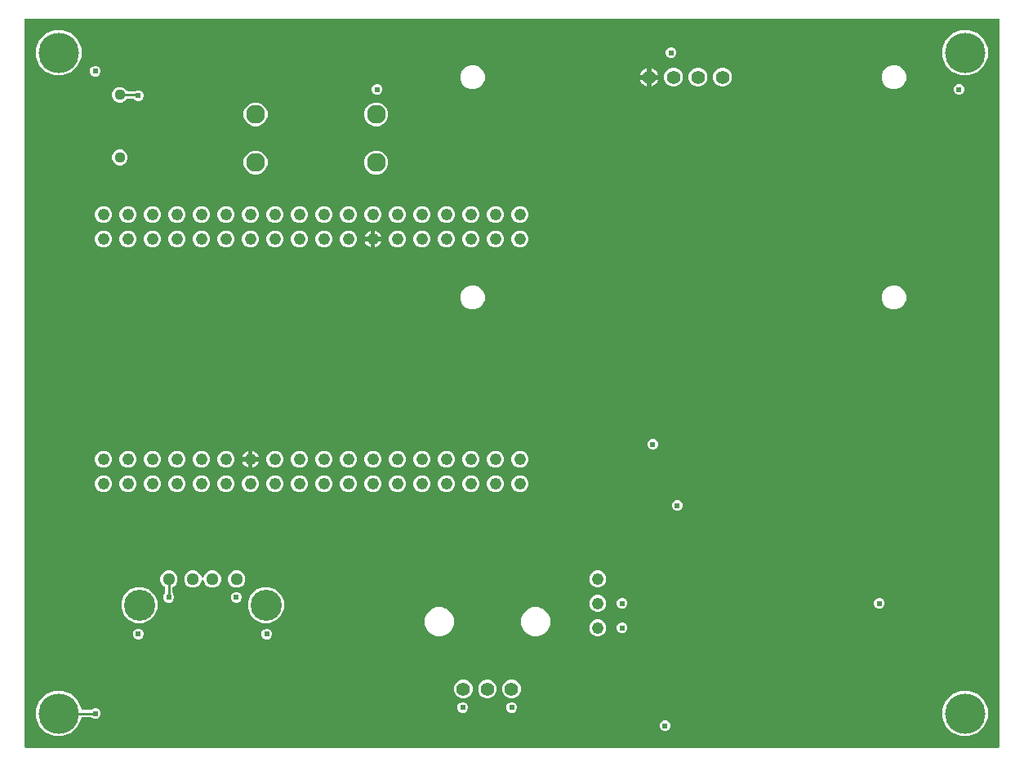
<source format=gbr>
G04 EAGLE Gerber RS-274X export*
G75*
%MOMM*%
%FSLAX34Y34*%
%LPD*%
%INCopper Layer 15*%
%IPPOS*%
%AMOC8*
5,1,8,0,0,1.08239X$1,22.5*%
G01*
%ADD10C,1.244600*%
%ADD11C,1.288000*%
%ADD12C,3.220000*%
%ADD13C,1.120000*%
%ADD14C,1.400000*%
%ADD15C,1.960000*%
%ADD16C,1.422400*%
%ADD17C,4.191000*%
%ADD18C,0.609600*%
%ADD19C,0.254000*%

G36*
X1012109Y2556D02*
X1012109Y2556D01*
X1012228Y2563D01*
X1012266Y2575D01*
X1012307Y2581D01*
X1012417Y2624D01*
X1012530Y2661D01*
X1012565Y2683D01*
X1012602Y2698D01*
X1012698Y2767D01*
X1012799Y2831D01*
X1012827Y2861D01*
X1012860Y2884D01*
X1012935Y2976D01*
X1013017Y3063D01*
X1013036Y3098D01*
X1013062Y3129D01*
X1013113Y3237D01*
X1013170Y3341D01*
X1013181Y3380D01*
X1013198Y3417D01*
X1013220Y3534D01*
X1013250Y3649D01*
X1013254Y3709D01*
X1013258Y3729D01*
X1013256Y3750D01*
X1013260Y3810D01*
X1013458Y758190D01*
X1013443Y758308D01*
X1013436Y758427D01*
X1013424Y758465D01*
X1013419Y758505D01*
X1013375Y758616D01*
X1013338Y758729D01*
X1013316Y758764D01*
X1013302Y758801D01*
X1013232Y758897D01*
X1013168Y758998D01*
X1013138Y759026D01*
X1013115Y759058D01*
X1013023Y759134D01*
X1012936Y759216D01*
X1012901Y759236D01*
X1012870Y759261D01*
X1012762Y759312D01*
X1012658Y759370D01*
X1012619Y759380D01*
X1012582Y759397D01*
X1012465Y759419D01*
X1012350Y759449D01*
X1012290Y759453D01*
X1012270Y759457D01*
X1012249Y759455D01*
X1012189Y759459D01*
X3810Y759459D01*
X3692Y759444D01*
X3573Y759437D01*
X3535Y759424D01*
X3494Y759419D01*
X3384Y759376D01*
X3271Y759339D01*
X3236Y759317D01*
X3199Y759302D01*
X3103Y759233D01*
X3002Y759169D01*
X2974Y759139D01*
X2941Y759116D01*
X2865Y759024D01*
X2784Y758937D01*
X2764Y758902D01*
X2739Y758871D01*
X2688Y758763D01*
X2630Y758659D01*
X2620Y758619D01*
X2603Y758583D01*
X2581Y758466D01*
X2551Y758351D01*
X2547Y758291D01*
X2543Y758271D01*
X2545Y758250D01*
X2541Y758190D01*
X2541Y3810D01*
X2556Y3692D01*
X2563Y3573D01*
X2576Y3535D01*
X2581Y3494D01*
X2624Y3384D01*
X2661Y3271D01*
X2683Y3236D01*
X2698Y3199D01*
X2767Y3103D01*
X2831Y3002D01*
X2861Y2974D01*
X2884Y2941D01*
X2976Y2865D01*
X3063Y2784D01*
X3098Y2764D01*
X3129Y2739D01*
X3237Y2688D01*
X3341Y2630D01*
X3381Y2620D01*
X3417Y2603D01*
X3534Y2581D01*
X3649Y2551D01*
X3709Y2547D01*
X3729Y2543D01*
X3750Y2545D01*
X3810Y2541D01*
X1011991Y2541D01*
X1012109Y2556D01*
G37*
%LPC*%
G36*
X33426Y14604D02*
X33426Y14604D01*
X24791Y18181D01*
X18181Y24791D01*
X14604Y33426D01*
X14604Y42774D01*
X18181Y51409D01*
X24791Y58019D01*
X33426Y61596D01*
X42774Y61596D01*
X51409Y58019D01*
X58019Y51409D01*
X61629Y42694D01*
X61643Y42669D01*
X61652Y42641D01*
X61722Y42531D01*
X61786Y42418D01*
X61807Y42397D01*
X61822Y42372D01*
X61917Y42283D01*
X62007Y42190D01*
X62033Y42174D01*
X62054Y42154D01*
X62168Y42091D01*
X62279Y42023D01*
X62307Y42015D01*
X62333Y42000D01*
X62458Y41968D01*
X62582Y41930D01*
X62612Y41928D01*
X62641Y41921D01*
X62801Y41911D01*
X71581Y41911D01*
X71680Y41923D01*
X71779Y41926D01*
X71837Y41943D01*
X71897Y41951D01*
X71989Y41987D01*
X72084Y42015D01*
X72136Y42045D01*
X72193Y42068D01*
X72273Y42126D01*
X72358Y42176D01*
X72433Y42242D01*
X72450Y42254D01*
X72458Y42264D01*
X72479Y42282D01*
X73034Y42838D01*
X75088Y43689D01*
X77312Y43689D01*
X79366Y42838D01*
X80938Y41266D01*
X81789Y39212D01*
X81789Y36988D01*
X80938Y34934D01*
X79366Y33362D01*
X77312Y32511D01*
X75088Y32511D01*
X73034Y33362D01*
X72479Y33918D01*
X72401Y33978D01*
X72328Y34046D01*
X72275Y34075D01*
X72228Y34112D01*
X72137Y34152D01*
X72050Y34200D01*
X71991Y34215D01*
X71936Y34239D01*
X71838Y34254D01*
X71742Y34279D01*
X71642Y34285D01*
X71622Y34289D01*
X71609Y34287D01*
X71581Y34289D01*
X62801Y34289D01*
X62772Y34286D01*
X62742Y34288D01*
X62614Y34266D01*
X62486Y34249D01*
X62458Y34239D01*
X62429Y34234D01*
X62311Y34180D01*
X62190Y34132D01*
X62166Y34115D01*
X62139Y34103D01*
X62038Y34022D01*
X61933Y33946D01*
X61914Y33923D01*
X61891Y33904D01*
X61813Y33801D01*
X61730Y33701D01*
X61717Y33674D01*
X61699Y33650D01*
X61629Y33506D01*
X58019Y24791D01*
X51409Y18181D01*
X42774Y14604D01*
X33426Y14604D01*
G37*
%LPD*%
%LPC*%
G36*
X973226Y700404D02*
X973226Y700404D01*
X964591Y703981D01*
X957981Y710591D01*
X954404Y719226D01*
X954404Y728574D01*
X957981Y737209D01*
X964591Y743819D01*
X973226Y747396D01*
X982574Y747396D01*
X991209Y743819D01*
X997819Y737209D01*
X1001396Y728574D01*
X1001396Y719226D01*
X997819Y710591D01*
X991209Y703981D01*
X982574Y700404D01*
X973226Y700404D01*
G37*
%LPD*%
%LPC*%
G36*
X33426Y700404D02*
X33426Y700404D01*
X24791Y703981D01*
X18181Y710591D01*
X14604Y719226D01*
X14604Y728574D01*
X18181Y737209D01*
X24791Y743819D01*
X33426Y747396D01*
X42774Y747396D01*
X51409Y743819D01*
X58019Y737209D01*
X61596Y728574D01*
X61596Y719226D01*
X58019Y710591D01*
X51409Y703981D01*
X42774Y700404D01*
X33426Y700404D01*
G37*
%LPD*%
%LPC*%
G36*
X973226Y14604D02*
X973226Y14604D01*
X964591Y18181D01*
X957981Y24791D01*
X954404Y33426D01*
X954404Y42774D01*
X957981Y51409D01*
X964591Y58019D01*
X973226Y61596D01*
X982574Y61596D01*
X991209Y58019D01*
X997819Y51409D01*
X1001396Y42774D01*
X1001396Y33426D01*
X997819Y24791D01*
X991209Y18181D01*
X982574Y14604D01*
X973226Y14604D01*
G37*
%LPD*%
%LPC*%
G36*
X117992Y132059D02*
X117992Y132059D01*
X111141Y134897D01*
X105897Y140141D01*
X103059Y146992D01*
X103059Y154408D01*
X105897Y161259D01*
X111141Y166503D01*
X117992Y169341D01*
X125408Y169341D01*
X132259Y166503D01*
X137503Y161259D01*
X140341Y154408D01*
X140341Y146992D01*
X137503Y140141D01*
X132259Y134897D01*
X125408Y132059D01*
X117992Y132059D01*
G37*
%LPD*%
%LPC*%
G36*
X249392Y132059D02*
X249392Y132059D01*
X242541Y134897D01*
X237297Y140141D01*
X234459Y146992D01*
X234459Y154408D01*
X237297Y161259D01*
X242541Y166503D01*
X249392Y169341D01*
X256808Y169341D01*
X263659Y166503D01*
X268903Y161259D01*
X271741Y154408D01*
X271741Y146992D01*
X268903Y140141D01*
X263659Y134897D01*
X256808Y132059D01*
X249392Y132059D01*
G37*
%LPD*%
%LPC*%
G36*
X529608Y118459D02*
X529608Y118459D01*
X524080Y120749D01*
X519849Y124980D01*
X517559Y130508D01*
X517559Y136492D01*
X519849Y142020D01*
X524080Y146251D01*
X529608Y148541D01*
X535592Y148541D01*
X541120Y146251D01*
X545351Y142020D01*
X547641Y136492D01*
X547641Y130508D01*
X545351Y124980D01*
X541120Y120749D01*
X535592Y118459D01*
X529608Y118459D01*
G37*
%LPD*%
%LPC*%
G36*
X429608Y118459D02*
X429608Y118459D01*
X424080Y120749D01*
X419849Y124980D01*
X417559Y130508D01*
X417559Y136492D01*
X419849Y142020D01*
X424080Y146251D01*
X429608Y148541D01*
X435592Y148541D01*
X441120Y146251D01*
X445351Y142020D01*
X447641Y136492D01*
X447641Y130508D01*
X445351Y124980D01*
X441120Y120749D01*
X435592Y118459D01*
X429608Y118459D01*
G37*
%LPD*%
%LPC*%
G36*
X175614Y168819D02*
X175614Y168819D01*
X172313Y170186D01*
X169786Y172713D01*
X168419Y176014D01*
X168419Y179586D01*
X169786Y182887D01*
X172313Y185414D01*
X175614Y186781D01*
X179186Y186781D01*
X182487Y185414D01*
X185014Y182887D01*
X186227Y179957D01*
X186296Y179836D01*
X186361Y179713D01*
X186375Y179698D01*
X186385Y179680D01*
X186482Y179580D01*
X186575Y179478D01*
X186592Y179466D01*
X186606Y179452D01*
X186724Y179379D01*
X186841Y179303D01*
X186860Y179296D01*
X186877Y179286D01*
X187010Y179245D01*
X187142Y179200D01*
X187162Y179198D01*
X187181Y179192D01*
X187320Y179185D01*
X187459Y179174D01*
X187479Y179178D01*
X187499Y179177D01*
X187635Y179205D01*
X187772Y179229D01*
X187791Y179237D01*
X187810Y179241D01*
X187935Y179302D01*
X188062Y179359D01*
X188078Y179372D01*
X188096Y179381D01*
X188202Y179471D01*
X188310Y179558D01*
X188323Y179574D01*
X188338Y179587D01*
X188418Y179701D01*
X188502Y179812D01*
X188514Y179837D01*
X188521Y179847D01*
X188528Y179867D01*
X188573Y179957D01*
X189786Y182887D01*
X192313Y185414D01*
X195614Y186781D01*
X199186Y186781D01*
X202487Y185414D01*
X205014Y182887D01*
X206381Y179586D01*
X206381Y176014D01*
X205014Y172713D01*
X202487Y170186D01*
X199186Y168819D01*
X195614Y168819D01*
X192313Y170186D01*
X189786Y172713D01*
X188573Y175643D01*
X188504Y175764D01*
X188439Y175887D01*
X188425Y175902D01*
X188415Y175920D01*
X188318Y176020D01*
X188225Y176122D01*
X188208Y176133D01*
X188194Y176148D01*
X188075Y176221D01*
X187959Y176297D01*
X187940Y176304D01*
X187923Y176314D01*
X187790Y176355D01*
X187658Y176400D01*
X187638Y176402D01*
X187619Y176408D01*
X187480Y176415D01*
X187341Y176426D01*
X187321Y176422D01*
X187301Y176423D01*
X187165Y176395D01*
X187028Y176371D01*
X187009Y176363D01*
X186990Y176359D01*
X186864Y176297D01*
X186738Y176241D01*
X186722Y176228D01*
X186704Y176219D01*
X186598Y176129D01*
X186490Y176042D01*
X186477Y176026D01*
X186462Y176013D01*
X186382Y175899D01*
X186298Y175788D01*
X186286Y175763D01*
X186279Y175753D01*
X186272Y175733D01*
X186227Y175643D01*
X185014Y172713D01*
X182487Y170186D01*
X179186Y168819D01*
X175614Y168819D01*
G37*
%LPD*%
%LPC*%
G36*
X901745Y685959D02*
X901745Y685959D01*
X897136Y687868D01*
X893608Y691396D01*
X891699Y696005D01*
X891699Y700995D01*
X893608Y705604D01*
X897136Y709132D01*
X901745Y711041D01*
X906735Y711041D01*
X911344Y709132D01*
X914872Y705604D01*
X916781Y700995D01*
X916781Y696005D01*
X914872Y691396D01*
X911344Y687868D01*
X906735Y685959D01*
X901745Y685959D01*
G37*
%LPD*%
%LPC*%
G36*
X464865Y457359D02*
X464865Y457359D01*
X460256Y459268D01*
X456728Y462796D01*
X454819Y467405D01*
X454819Y472395D01*
X456728Y477004D01*
X460256Y480532D01*
X464865Y482441D01*
X469855Y482441D01*
X474464Y480532D01*
X477992Y477004D01*
X479901Y472395D01*
X479901Y467405D01*
X477992Y462796D01*
X474464Y459268D01*
X469855Y457359D01*
X464865Y457359D01*
G37*
%LPD*%
%LPC*%
G36*
X901745Y457359D02*
X901745Y457359D01*
X897136Y459268D01*
X893608Y462796D01*
X891699Y467405D01*
X891699Y472395D01*
X893608Y477004D01*
X897136Y480532D01*
X901745Y482441D01*
X906735Y482441D01*
X911344Y480532D01*
X914872Y477004D01*
X916781Y472395D01*
X916781Y467405D01*
X914872Y462796D01*
X911344Y459268D01*
X906735Y457359D01*
X901745Y457359D01*
G37*
%LPD*%
%LPC*%
G36*
X464865Y685959D02*
X464865Y685959D01*
X460256Y687868D01*
X456728Y691396D01*
X454819Y696005D01*
X454819Y700995D01*
X456728Y705604D01*
X460256Y709132D01*
X464865Y711041D01*
X469855Y711041D01*
X474464Y709132D01*
X477992Y705604D01*
X479901Y700995D01*
X479901Y696005D01*
X477992Y691396D01*
X474464Y687868D01*
X469855Y685959D01*
X464865Y685959D01*
G37*
%LPD*%
%LPC*%
G36*
X239845Y597659D02*
X239845Y597659D01*
X235310Y599538D01*
X231838Y603010D01*
X229959Y607545D01*
X229959Y612455D01*
X231838Y616990D01*
X235310Y620462D01*
X239845Y622341D01*
X244755Y622341D01*
X249290Y620462D01*
X252762Y616990D01*
X254641Y612455D01*
X254641Y607545D01*
X252762Y603010D01*
X249290Y599538D01*
X244755Y597659D01*
X239845Y597659D01*
G37*
%LPD*%
%LPC*%
G36*
X364845Y597659D02*
X364845Y597659D01*
X360310Y599538D01*
X356838Y603010D01*
X354959Y607545D01*
X354959Y612455D01*
X356838Y616990D01*
X360310Y620462D01*
X364845Y622341D01*
X369755Y622341D01*
X374290Y620462D01*
X377762Y616990D01*
X379641Y612455D01*
X379641Y607545D01*
X377762Y603010D01*
X374290Y599538D01*
X369755Y597659D01*
X364845Y597659D01*
G37*
%LPD*%
%LPC*%
G36*
X364845Y647659D02*
X364845Y647659D01*
X360310Y649538D01*
X356838Y653010D01*
X354959Y657545D01*
X354959Y662455D01*
X356838Y666990D01*
X360310Y670462D01*
X364845Y672341D01*
X369755Y672341D01*
X374290Y670462D01*
X377762Y666990D01*
X379641Y662455D01*
X379641Y657545D01*
X377762Y653010D01*
X374290Y649538D01*
X369755Y647659D01*
X364845Y647659D01*
G37*
%LPD*%
%LPC*%
G36*
X239845Y647659D02*
X239845Y647659D01*
X235310Y649538D01*
X231838Y653010D01*
X229959Y657545D01*
X229959Y662455D01*
X231838Y666990D01*
X235310Y670462D01*
X239845Y672341D01*
X244755Y672341D01*
X249290Y670462D01*
X252762Y666990D01*
X254641Y662455D01*
X254641Y657545D01*
X252762Y653010D01*
X249290Y649538D01*
X244755Y647659D01*
X239845Y647659D01*
G37*
%LPD*%
%LPC*%
G36*
X151288Y153161D02*
X151288Y153161D01*
X149234Y154012D01*
X147662Y155584D01*
X146811Y157638D01*
X146811Y159862D01*
X147662Y161916D01*
X148218Y162471D01*
X148278Y162549D01*
X148346Y162622D01*
X148375Y162675D01*
X148412Y162722D01*
X148452Y162813D01*
X148500Y162900D01*
X148515Y162959D01*
X148539Y163014D01*
X148554Y163112D01*
X148579Y163208D01*
X148585Y163308D01*
X148589Y163328D01*
X148587Y163341D01*
X148589Y163369D01*
X148589Y168810D01*
X148586Y168839D01*
X148588Y168868D01*
X148566Y168996D01*
X148561Y169030D01*
X148560Y169049D01*
X148558Y169056D01*
X148549Y169125D01*
X148539Y169153D01*
X148534Y169182D01*
X148480Y169300D01*
X148474Y169317D01*
X148462Y169352D01*
X148456Y169362D01*
X148432Y169421D01*
X148415Y169445D01*
X148403Y169472D01*
X148323Y169572D01*
X148292Y169621D01*
X148277Y169634D01*
X148246Y169678D01*
X148223Y169697D01*
X148204Y169720D01*
X148114Y169788D01*
X148060Y169839D01*
X148035Y169853D01*
X148001Y169881D01*
X147974Y169894D01*
X147950Y169911D01*
X147806Y169982D01*
X147313Y170187D01*
X144786Y172713D01*
X143419Y176014D01*
X143419Y179586D01*
X144786Y182887D01*
X147313Y185414D01*
X150614Y186781D01*
X154186Y186781D01*
X157487Y185414D01*
X160014Y182887D01*
X161381Y179586D01*
X161381Y176014D01*
X160014Y172713D01*
X157487Y170187D01*
X156994Y169982D01*
X156969Y169968D01*
X156941Y169959D01*
X156907Y169937D01*
X156875Y169925D01*
X156809Y169877D01*
X156718Y169825D01*
X156697Y169804D01*
X156672Y169788D01*
X156638Y169752D01*
X156618Y169738D01*
X156576Y169687D01*
X156490Y169604D01*
X156474Y169578D01*
X156454Y169557D01*
X156426Y169506D01*
X156415Y169493D01*
X156395Y169450D01*
X156391Y169443D01*
X156323Y169332D01*
X156315Y169304D01*
X156300Y169278D01*
X156284Y169214D01*
X156280Y169205D01*
X156275Y169178D01*
X156268Y169153D01*
X156230Y169028D01*
X156228Y168999D01*
X156221Y168970D01*
X156211Y168810D01*
X156211Y163369D01*
X156223Y163270D01*
X156226Y163171D01*
X156243Y163113D01*
X156251Y163053D01*
X156287Y162961D01*
X156315Y162866D01*
X156345Y162814D01*
X156368Y162757D01*
X156426Y162677D01*
X156476Y162592D01*
X156542Y162517D01*
X156554Y162500D01*
X156564Y162492D01*
X156582Y162471D01*
X157138Y161916D01*
X157989Y159862D01*
X157989Y157638D01*
X157138Y155584D01*
X155566Y154012D01*
X153512Y153161D01*
X151288Y153161D01*
G37*
%LPD*%
%LPC*%
G36*
X99981Y672059D02*
X99981Y672059D01*
X96989Y673299D01*
X94699Y675589D01*
X93459Y678581D01*
X93459Y681819D01*
X94699Y684811D01*
X96989Y687101D01*
X99981Y688341D01*
X103219Y688341D01*
X106211Y687101D01*
X108501Y684811D01*
X108508Y684794D01*
X108523Y684769D01*
X108532Y684741D01*
X108602Y684631D01*
X108666Y684518D01*
X108686Y684497D01*
X108702Y684472D01*
X108797Y684383D01*
X108887Y684290D01*
X108912Y684274D01*
X108934Y684254D01*
X109048Y684191D01*
X109158Y684123D01*
X109187Y684115D01*
X109212Y684100D01*
X109338Y684068D01*
X109462Y684030D01*
X109492Y684028D01*
X109520Y684021D01*
X109681Y684011D01*
X116804Y684011D01*
X116813Y684012D01*
X116823Y684011D01*
X116971Y684032D01*
X117120Y684051D01*
X117128Y684054D01*
X117137Y684055D01*
X117290Y684107D01*
X119538Y685039D01*
X121762Y685039D01*
X123816Y684188D01*
X125388Y682616D01*
X126239Y680562D01*
X126239Y678338D01*
X125388Y676284D01*
X123816Y674712D01*
X121762Y673861D01*
X119538Y673861D01*
X117484Y674712D01*
X116179Y676018D01*
X116101Y676078D01*
X116028Y676146D01*
X115975Y676175D01*
X115928Y676212D01*
X115837Y676252D01*
X115750Y676300D01*
X115691Y676315D01*
X115636Y676339D01*
X115538Y676354D01*
X115442Y676379D01*
X115342Y676385D01*
X115322Y676389D01*
X115309Y676387D01*
X115281Y676389D01*
X109681Y676389D01*
X109652Y676386D01*
X109622Y676388D01*
X109494Y676366D01*
X109366Y676349D01*
X109338Y676339D01*
X109309Y676334D01*
X109190Y676280D01*
X109070Y676232D01*
X109046Y676215D01*
X109019Y676203D01*
X108918Y676122D01*
X108813Y676046D01*
X108794Y676023D01*
X108771Y676004D01*
X108693Y675901D01*
X108610Y675801D01*
X108597Y675774D01*
X108579Y675750D01*
X108508Y675606D01*
X108501Y675589D01*
X106211Y673299D01*
X103219Y672059D01*
X99981Y672059D01*
G37*
%LPD*%
%LPC*%
G36*
X699120Y688847D02*
X699120Y688847D01*
X695572Y690317D01*
X692857Y693032D01*
X691387Y696580D01*
X691387Y700420D01*
X692857Y703968D01*
X695572Y706683D01*
X699120Y708153D01*
X702960Y708153D01*
X706508Y706683D01*
X709223Y703968D01*
X710693Y700420D01*
X710693Y696580D01*
X709223Y693032D01*
X706508Y690317D01*
X702960Y688847D01*
X699120Y688847D01*
G37*
%LPD*%
%LPC*%
G36*
X673720Y688847D02*
X673720Y688847D01*
X670172Y690317D01*
X667457Y693032D01*
X665987Y696580D01*
X665987Y700420D01*
X667457Y703968D01*
X670172Y706683D01*
X673720Y708153D01*
X677560Y708153D01*
X681108Y706683D01*
X683823Y703968D01*
X685293Y700420D01*
X685293Y696580D01*
X683823Y693032D01*
X681108Y690317D01*
X677560Y688847D01*
X673720Y688847D01*
G37*
%LPD*%
%LPC*%
G36*
X724520Y688847D02*
X724520Y688847D01*
X720972Y690317D01*
X718257Y693032D01*
X716787Y696580D01*
X716787Y700420D01*
X718257Y703968D01*
X720972Y706683D01*
X724520Y708153D01*
X728360Y708153D01*
X731908Y706683D01*
X734623Y703968D01*
X736093Y700420D01*
X736093Y696580D01*
X734623Y693032D01*
X731908Y690317D01*
X728360Y688847D01*
X724520Y688847D01*
G37*
%LPD*%
%LPC*%
G36*
X480702Y53959D02*
X480702Y53959D01*
X477196Y55412D01*
X474512Y58096D01*
X473059Y61602D01*
X473059Y65398D01*
X474512Y68904D01*
X477196Y71588D01*
X480702Y73041D01*
X484498Y73041D01*
X488004Y71588D01*
X490688Y68904D01*
X492141Y65398D01*
X492141Y61602D01*
X490688Y58096D01*
X488004Y55412D01*
X484498Y53959D01*
X480702Y53959D01*
G37*
%LPD*%
%LPC*%
G36*
X455702Y53959D02*
X455702Y53959D01*
X452196Y55412D01*
X449512Y58096D01*
X448059Y61602D01*
X448059Y65398D01*
X449512Y68904D01*
X452196Y71588D01*
X455702Y73041D01*
X459498Y73041D01*
X463004Y71588D01*
X465688Y68904D01*
X467141Y65398D01*
X467141Y61602D01*
X465688Y58096D01*
X463004Y55412D01*
X459498Y53959D01*
X455702Y53959D01*
G37*
%LPD*%
%LPC*%
G36*
X505702Y53959D02*
X505702Y53959D01*
X502196Y55412D01*
X499512Y58096D01*
X498059Y61602D01*
X498059Y65398D01*
X499512Y68904D01*
X502196Y71588D01*
X505702Y73041D01*
X509498Y73041D01*
X513004Y71588D01*
X515688Y68904D01*
X517141Y65398D01*
X517141Y61602D01*
X515688Y58096D01*
X513004Y55412D01*
X509498Y53959D01*
X505702Y53959D01*
G37*
%LPD*%
%LPC*%
G36*
X220614Y168819D02*
X220614Y168819D01*
X217313Y170186D01*
X214786Y172713D01*
X213419Y176014D01*
X213419Y179586D01*
X214786Y182887D01*
X217313Y185414D01*
X220614Y186781D01*
X224186Y186781D01*
X227487Y185414D01*
X230014Y182887D01*
X231381Y179586D01*
X231381Y176014D01*
X230014Y172713D01*
X227487Y170186D01*
X224186Y168819D01*
X220614Y168819D01*
G37*
%LPD*%
%LPC*%
G36*
X463757Y547236D02*
X463757Y547236D01*
X460536Y548570D01*
X458070Y551036D01*
X456736Y554257D01*
X456736Y557743D01*
X458070Y560964D01*
X460536Y563430D01*
X463757Y564764D01*
X467243Y564764D01*
X470464Y563430D01*
X472930Y560964D01*
X474264Y557743D01*
X474264Y554257D01*
X472930Y551036D01*
X470464Y548570D01*
X467243Y547236D01*
X463757Y547236D01*
G37*
%LPD*%
%LPC*%
G36*
X438357Y547236D02*
X438357Y547236D01*
X435136Y548570D01*
X432670Y551036D01*
X431336Y554257D01*
X431336Y557743D01*
X432670Y560964D01*
X435136Y563430D01*
X438357Y564764D01*
X441843Y564764D01*
X445064Y563430D01*
X447530Y560964D01*
X448864Y557743D01*
X448864Y554257D01*
X447530Y551036D01*
X445064Y548570D01*
X441843Y547236D01*
X438357Y547236D01*
G37*
%LPD*%
%LPC*%
G36*
X108157Y547236D02*
X108157Y547236D01*
X104936Y548570D01*
X102470Y551036D01*
X101136Y554257D01*
X101136Y557743D01*
X102470Y560964D01*
X104936Y563430D01*
X108157Y564764D01*
X111643Y564764D01*
X114864Y563430D01*
X117330Y560964D01*
X118664Y557743D01*
X118664Y554257D01*
X117330Y551036D01*
X114864Y548570D01*
X111643Y547236D01*
X108157Y547236D01*
G37*
%LPD*%
%LPC*%
G36*
X82757Y547236D02*
X82757Y547236D01*
X79536Y548570D01*
X77070Y551036D01*
X75736Y554257D01*
X75736Y557743D01*
X77070Y560964D01*
X79536Y563430D01*
X82757Y564764D01*
X86243Y564764D01*
X89464Y563430D01*
X91930Y560964D01*
X93264Y557743D01*
X93264Y554257D01*
X91930Y551036D01*
X89464Y548570D01*
X86243Y547236D01*
X82757Y547236D01*
G37*
%LPD*%
%LPC*%
G36*
X362157Y547236D02*
X362157Y547236D01*
X358936Y548570D01*
X356470Y551036D01*
X355136Y554257D01*
X355136Y557743D01*
X356470Y560964D01*
X358936Y563430D01*
X362157Y564764D01*
X365643Y564764D01*
X368864Y563430D01*
X371330Y560964D01*
X372664Y557743D01*
X372664Y554257D01*
X371330Y551036D01*
X368864Y548570D01*
X365643Y547236D01*
X362157Y547236D01*
G37*
%LPD*%
%LPC*%
G36*
X336757Y547236D02*
X336757Y547236D01*
X333536Y548570D01*
X331070Y551036D01*
X329736Y554257D01*
X329736Y557743D01*
X331070Y560964D01*
X333536Y563430D01*
X336757Y564764D01*
X340243Y564764D01*
X343464Y563430D01*
X345930Y560964D01*
X347264Y557743D01*
X347264Y554257D01*
X345930Y551036D01*
X343464Y548570D01*
X340243Y547236D01*
X336757Y547236D01*
G37*
%LPD*%
%LPC*%
G36*
X311357Y547236D02*
X311357Y547236D01*
X308136Y548570D01*
X305670Y551036D01*
X304336Y554257D01*
X304336Y557743D01*
X305670Y560964D01*
X308136Y563430D01*
X311357Y564764D01*
X314843Y564764D01*
X318064Y563430D01*
X320530Y560964D01*
X321864Y557743D01*
X321864Y554257D01*
X320530Y551036D01*
X318064Y548570D01*
X314843Y547236D01*
X311357Y547236D01*
G37*
%LPD*%
%LPC*%
G36*
X285957Y547236D02*
X285957Y547236D01*
X282736Y548570D01*
X280270Y551036D01*
X278936Y554257D01*
X278936Y557743D01*
X280270Y560964D01*
X282736Y563430D01*
X285957Y564764D01*
X289443Y564764D01*
X292664Y563430D01*
X295130Y560964D01*
X296464Y557743D01*
X296464Y554257D01*
X295130Y551036D01*
X292664Y548570D01*
X289443Y547236D01*
X285957Y547236D01*
G37*
%LPD*%
%LPC*%
G36*
X260557Y547236D02*
X260557Y547236D01*
X257336Y548570D01*
X254870Y551036D01*
X253536Y554257D01*
X253536Y557743D01*
X254870Y560964D01*
X257336Y563430D01*
X260557Y564764D01*
X264043Y564764D01*
X267264Y563430D01*
X269730Y560964D01*
X271064Y557743D01*
X271064Y554257D01*
X269730Y551036D01*
X267264Y548570D01*
X264043Y547236D01*
X260557Y547236D01*
G37*
%LPD*%
%LPC*%
G36*
X235157Y547236D02*
X235157Y547236D01*
X231936Y548570D01*
X229470Y551036D01*
X228136Y554257D01*
X228136Y557743D01*
X229470Y560964D01*
X231936Y563430D01*
X235157Y564764D01*
X238643Y564764D01*
X241864Y563430D01*
X244330Y560964D01*
X245664Y557743D01*
X245664Y554257D01*
X244330Y551036D01*
X241864Y548570D01*
X238643Y547236D01*
X235157Y547236D01*
G37*
%LPD*%
%LPC*%
G36*
X209757Y547236D02*
X209757Y547236D01*
X206536Y548570D01*
X204070Y551036D01*
X202736Y554257D01*
X202736Y557743D01*
X204070Y560964D01*
X206536Y563430D01*
X209757Y564764D01*
X213243Y564764D01*
X216464Y563430D01*
X218930Y560964D01*
X220264Y557743D01*
X220264Y554257D01*
X218930Y551036D01*
X216464Y548570D01*
X213243Y547236D01*
X209757Y547236D01*
G37*
%LPD*%
%LPC*%
G36*
X184357Y547236D02*
X184357Y547236D01*
X181136Y548570D01*
X178670Y551036D01*
X177336Y554257D01*
X177336Y557743D01*
X178670Y560964D01*
X181136Y563430D01*
X184357Y564764D01*
X187843Y564764D01*
X191064Y563430D01*
X193530Y560964D01*
X194864Y557743D01*
X194864Y554257D01*
X193530Y551036D01*
X191064Y548570D01*
X187843Y547236D01*
X184357Y547236D01*
G37*
%LPD*%
%LPC*%
G36*
X158957Y547236D02*
X158957Y547236D01*
X155736Y548570D01*
X153270Y551036D01*
X151936Y554257D01*
X151936Y557743D01*
X153270Y560964D01*
X155736Y563430D01*
X158957Y564764D01*
X162443Y564764D01*
X165664Y563430D01*
X168130Y560964D01*
X169464Y557743D01*
X169464Y554257D01*
X168130Y551036D01*
X165664Y548570D01*
X162443Y547236D01*
X158957Y547236D01*
G37*
%LPD*%
%LPC*%
G36*
X133557Y547236D02*
X133557Y547236D01*
X130336Y548570D01*
X127870Y551036D01*
X126536Y554257D01*
X126536Y557743D01*
X127870Y560964D01*
X130336Y563430D01*
X133557Y564764D01*
X137043Y564764D01*
X140264Y563430D01*
X142730Y560964D01*
X144064Y557743D01*
X144064Y554257D01*
X142730Y551036D01*
X140264Y548570D01*
X137043Y547236D01*
X133557Y547236D01*
G37*
%LPD*%
%LPC*%
G36*
X489157Y521836D02*
X489157Y521836D01*
X485936Y523170D01*
X483470Y525636D01*
X482136Y528857D01*
X482136Y532343D01*
X483470Y535564D01*
X485936Y538030D01*
X489157Y539364D01*
X492643Y539364D01*
X495864Y538030D01*
X498330Y535564D01*
X499664Y532343D01*
X499664Y528857D01*
X498330Y525636D01*
X495864Y523170D01*
X492643Y521836D01*
X489157Y521836D01*
G37*
%LPD*%
%LPC*%
G36*
X463757Y521836D02*
X463757Y521836D01*
X460536Y523170D01*
X458070Y525636D01*
X456736Y528857D01*
X456736Y532343D01*
X458070Y535564D01*
X460536Y538030D01*
X463757Y539364D01*
X467243Y539364D01*
X470464Y538030D01*
X472930Y535564D01*
X474264Y532343D01*
X474264Y528857D01*
X472930Y525636D01*
X470464Y523170D01*
X467243Y521836D01*
X463757Y521836D01*
G37*
%LPD*%
%LPC*%
G36*
X514557Y521836D02*
X514557Y521836D01*
X511336Y523170D01*
X508870Y525636D01*
X507536Y528857D01*
X507536Y532343D01*
X508870Y535564D01*
X511336Y538030D01*
X514557Y539364D01*
X518043Y539364D01*
X521264Y538030D01*
X523730Y535564D01*
X525064Y532343D01*
X525064Y528857D01*
X523730Y525636D01*
X521264Y523170D01*
X518043Y521836D01*
X514557Y521836D01*
G37*
%LPD*%
%LPC*%
G36*
X438357Y521836D02*
X438357Y521836D01*
X435136Y523170D01*
X432670Y525636D01*
X431336Y528857D01*
X431336Y532343D01*
X432670Y535564D01*
X435136Y538030D01*
X438357Y539364D01*
X441843Y539364D01*
X445064Y538030D01*
X447530Y535564D01*
X448864Y532343D01*
X448864Y528857D01*
X447530Y525636D01*
X445064Y523170D01*
X441843Y521836D01*
X438357Y521836D01*
G37*
%LPD*%
%LPC*%
G36*
X412957Y521836D02*
X412957Y521836D01*
X409736Y523170D01*
X407270Y525636D01*
X405936Y528857D01*
X405936Y532343D01*
X407270Y535564D01*
X409736Y538030D01*
X412957Y539364D01*
X416443Y539364D01*
X419664Y538030D01*
X422130Y535564D01*
X423464Y532343D01*
X423464Y528857D01*
X422130Y525636D01*
X419664Y523170D01*
X416443Y521836D01*
X412957Y521836D01*
G37*
%LPD*%
%LPC*%
G36*
X387557Y521836D02*
X387557Y521836D01*
X384336Y523170D01*
X381870Y525636D01*
X380536Y528857D01*
X380536Y532343D01*
X381870Y535564D01*
X384336Y538030D01*
X387557Y539364D01*
X391043Y539364D01*
X394264Y538030D01*
X396730Y535564D01*
X398064Y532343D01*
X398064Y528857D01*
X396730Y525636D01*
X394264Y523170D01*
X391043Y521836D01*
X387557Y521836D01*
G37*
%LPD*%
%LPC*%
G36*
X336757Y521836D02*
X336757Y521836D01*
X333536Y523170D01*
X331070Y525636D01*
X329736Y528857D01*
X329736Y532343D01*
X331070Y535564D01*
X333536Y538030D01*
X336757Y539364D01*
X340243Y539364D01*
X343464Y538030D01*
X345930Y535564D01*
X347264Y532343D01*
X347264Y528857D01*
X345930Y525636D01*
X343464Y523170D01*
X340243Y521836D01*
X336757Y521836D01*
G37*
%LPD*%
%LPC*%
G36*
X311357Y521836D02*
X311357Y521836D01*
X308136Y523170D01*
X305670Y525636D01*
X304336Y528857D01*
X304336Y532343D01*
X305670Y535564D01*
X308136Y538030D01*
X311357Y539364D01*
X314843Y539364D01*
X318064Y538030D01*
X320530Y535564D01*
X321864Y532343D01*
X321864Y528857D01*
X320530Y525636D01*
X318064Y523170D01*
X314843Y521836D01*
X311357Y521836D01*
G37*
%LPD*%
%LPC*%
G36*
X285957Y521836D02*
X285957Y521836D01*
X282736Y523170D01*
X280270Y525636D01*
X278936Y528857D01*
X278936Y532343D01*
X280270Y535564D01*
X282736Y538030D01*
X285957Y539364D01*
X289443Y539364D01*
X292664Y538030D01*
X295130Y535564D01*
X296464Y532343D01*
X296464Y528857D01*
X295130Y525636D01*
X292664Y523170D01*
X289443Y521836D01*
X285957Y521836D01*
G37*
%LPD*%
%LPC*%
G36*
X260557Y521836D02*
X260557Y521836D01*
X257336Y523170D01*
X254870Y525636D01*
X253536Y528857D01*
X253536Y532343D01*
X254870Y535564D01*
X257336Y538030D01*
X260557Y539364D01*
X264043Y539364D01*
X267264Y538030D01*
X269730Y535564D01*
X271064Y532343D01*
X271064Y528857D01*
X269730Y525636D01*
X267264Y523170D01*
X264043Y521836D01*
X260557Y521836D01*
G37*
%LPD*%
%LPC*%
G36*
X235157Y521836D02*
X235157Y521836D01*
X231936Y523170D01*
X229470Y525636D01*
X228136Y528857D01*
X228136Y532343D01*
X229470Y535564D01*
X231936Y538030D01*
X235157Y539364D01*
X238643Y539364D01*
X241864Y538030D01*
X244330Y535564D01*
X245664Y532343D01*
X245664Y528857D01*
X244330Y525636D01*
X241864Y523170D01*
X238643Y521836D01*
X235157Y521836D01*
G37*
%LPD*%
%LPC*%
G36*
X209757Y521836D02*
X209757Y521836D01*
X206536Y523170D01*
X204070Y525636D01*
X202736Y528857D01*
X202736Y532343D01*
X204070Y535564D01*
X206536Y538030D01*
X209757Y539364D01*
X213243Y539364D01*
X216464Y538030D01*
X218930Y535564D01*
X220264Y532343D01*
X220264Y528857D01*
X218930Y525636D01*
X216464Y523170D01*
X213243Y521836D01*
X209757Y521836D01*
G37*
%LPD*%
%LPC*%
G36*
X184357Y521836D02*
X184357Y521836D01*
X181136Y523170D01*
X178670Y525636D01*
X177336Y528857D01*
X177336Y532343D01*
X178670Y535564D01*
X181136Y538030D01*
X184357Y539364D01*
X187843Y539364D01*
X191064Y538030D01*
X193530Y535564D01*
X194864Y532343D01*
X194864Y528857D01*
X193530Y525636D01*
X191064Y523170D01*
X187843Y521836D01*
X184357Y521836D01*
G37*
%LPD*%
%LPC*%
G36*
X158957Y521836D02*
X158957Y521836D01*
X155736Y523170D01*
X153270Y525636D01*
X151936Y528857D01*
X151936Y532343D01*
X153270Y535564D01*
X155736Y538030D01*
X158957Y539364D01*
X162443Y539364D01*
X165664Y538030D01*
X168130Y535564D01*
X169464Y532343D01*
X169464Y528857D01*
X168130Y525636D01*
X165664Y523170D01*
X162443Y521836D01*
X158957Y521836D01*
G37*
%LPD*%
%LPC*%
G36*
X133557Y521836D02*
X133557Y521836D01*
X130336Y523170D01*
X127870Y525636D01*
X126536Y528857D01*
X126536Y532343D01*
X127870Y535564D01*
X130336Y538030D01*
X133557Y539364D01*
X137043Y539364D01*
X140264Y538030D01*
X142730Y535564D01*
X144064Y532343D01*
X144064Y528857D01*
X142730Y525636D01*
X140264Y523170D01*
X137043Y521836D01*
X133557Y521836D01*
G37*
%LPD*%
%LPC*%
G36*
X108157Y521836D02*
X108157Y521836D01*
X104936Y523170D01*
X102470Y525636D01*
X101136Y528857D01*
X101136Y532343D01*
X102470Y535564D01*
X104936Y538030D01*
X108157Y539364D01*
X111643Y539364D01*
X114864Y538030D01*
X117330Y535564D01*
X118664Y532343D01*
X118664Y528857D01*
X117330Y525636D01*
X114864Y523170D01*
X111643Y521836D01*
X108157Y521836D01*
G37*
%LPD*%
%LPC*%
G36*
X82757Y521836D02*
X82757Y521836D01*
X79536Y523170D01*
X77070Y525636D01*
X75736Y528857D01*
X75736Y532343D01*
X77070Y535564D01*
X79536Y538030D01*
X82757Y539364D01*
X86243Y539364D01*
X89464Y538030D01*
X91930Y535564D01*
X93264Y532343D01*
X93264Y528857D01*
X91930Y525636D01*
X89464Y523170D01*
X86243Y521836D01*
X82757Y521836D01*
G37*
%LPD*%
%LPC*%
G36*
X489157Y547236D02*
X489157Y547236D01*
X485936Y548570D01*
X483470Y551036D01*
X482136Y554257D01*
X482136Y557743D01*
X483470Y560964D01*
X485936Y563430D01*
X489157Y564764D01*
X492643Y564764D01*
X495864Y563430D01*
X498330Y560964D01*
X499664Y557743D01*
X499664Y554257D01*
X498330Y551036D01*
X495864Y548570D01*
X492643Y547236D01*
X489157Y547236D01*
G37*
%LPD*%
%LPC*%
G36*
X514557Y547236D02*
X514557Y547236D01*
X511336Y548570D01*
X508870Y551036D01*
X507536Y554257D01*
X507536Y557743D01*
X508870Y560964D01*
X511336Y563430D01*
X514557Y564764D01*
X518043Y564764D01*
X521264Y563430D01*
X523730Y560964D01*
X525064Y557743D01*
X525064Y554257D01*
X523730Y551036D01*
X521264Y548570D01*
X518043Y547236D01*
X514557Y547236D01*
G37*
%LPD*%
%LPC*%
G36*
X595157Y169036D02*
X595157Y169036D01*
X591936Y170370D01*
X589470Y172836D01*
X588136Y176057D01*
X588136Y179543D01*
X589470Y182764D01*
X591936Y185230D01*
X595157Y186564D01*
X598643Y186564D01*
X601864Y185230D01*
X604330Y182764D01*
X605664Y179543D01*
X605664Y176057D01*
X604330Y172836D01*
X601864Y170370D01*
X598643Y169036D01*
X595157Y169036D01*
G37*
%LPD*%
%LPC*%
G36*
X387557Y547236D02*
X387557Y547236D01*
X384336Y548570D01*
X381870Y551036D01*
X380536Y554257D01*
X380536Y557743D01*
X381870Y560964D01*
X384336Y563430D01*
X387557Y564764D01*
X391043Y564764D01*
X394264Y563430D01*
X396730Y560964D01*
X398064Y557743D01*
X398064Y554257D01*
X396730Y551036D01*
X394264Y548570D01*
X391043Y547236D01*
X387557Y547236D01*
G37*
%LPD*%
%LPC*%
G36*
X412957Y547236D02*
X412957Y547236D01*
X409736Y548570D01*
X407270Y551036D01*
X405936Y554257D01*
X405936Y557743D01*
X407270Y560964D01*
X409736Y563430D01*
X412957Y564764D01*
X416443Y564764D01*
X419664Y563430D01*
X422130Y560964D01*
X423464Y557743D01*
X423464Y554257D01*
X422130Y551036D01*
X419664Y548570D01*
X416443Y547236D01*
X412957Y547236D01*
G37*
%LPD*%
%LPC*%
G36*
X209757Y267836D02*
X209757Y267836D01*
X206536Y269170D01*
X204070Y271636D01*
X202736Y274857D01*
X202736Y278343D01*
X204070Y281564D01*
X206536Y284030D01*
X209757Y285364D01*
X213243Y285364D01*
X216464Y284030D01*
X218930Y281564D01*
X220264Y278343D01*
X220264Y274857D01*
X218930Y271636D01*
X216464Y269170D01*
X213243Y267836D01*
X209757Y267836D01*
G37*
%LPD*%
%LPC*%
G36*
X595157Y143636D02*
X595157Y143636D01*
X591936Y144970D01*
X589470Y147436D01*
X588136Y150657D01*
X588136Y154143D01*
X589470Y157364D01*
X591936Y159830D01*
X595157Y161164D01*
X598643Y161164D01*
X601864Y159830D01*
X604330Y157364D01*
X605664Y154143D01*
X605664Y150657D01*
X604330Y147436D01*
X601864Y144970D01*
X598643Y143636D01*
X595157Y143636D01*
G37*
%LPD*%
%LPC*%
G36*
X514557Y293236D02*
X514557Y293236D01*
X511336Y294570D01*
X508870Y297036D01*
X507536Y300257D01*
X507536Y303743D01*
X508870Y306964D01*
X511336Y309430D01*
X514557Y310764D01*
X518043Y310764D01*
X521264Y309430D01*
X523730Y306964D01*
X525064Y303743D01*
X525064Y300257D01*
X523730Y297036D01*
X521264Y294570D01*
X518043Y293236D01*
X514557Y293236D01*
G37*
%LPD*%
%LPC*%
G36*
X489157Y293236D02*
X489157Y293236D01*
X485936Y294570D01*
X483470Y297036D01*
X482136Y300257D01*
X482136Y303743D01*
X483470Y306964D01*
X485936Y309430D01*
X489157Y310764D01*
X492643Y310764D01*
X495864Y309430D01*
X498330Y306964D01*
X499664Y303743D01*
X499664Y300257D01*
X498330Y297036D01*
X495864Y294570D01*
X492643Y293236D01*
X489157Y293236D01*
G37*
%LPD*%
%LPC*%
G36*
X463757Y293236D02*
X463757Y293236D01*
X460536Y294570D01*
X458070Y297036D01*
X456736Y300257D01*
X456736Y303743D01*
X458070Y306964D01*
X460536Y309430D01*
X463757Y310764D01*
X467243Y310764D01*
X470464Y309430D01*
X472930Y306964D01*
X474264Y303743D01*
X474264Y300257D01*
X472930Y297036D01*
X470464Y294570D01*
X467243Y293236D01*
X463757Y293236D01*
G37*
%LPD*%
%LPC*%
G36*
X438357Y293236D02*
X438357Y293236D01*
X435136Y294570D01*
X432670Y297036D01*
X431336Y300257D01*
X431336Y303743D01*
X432670Y306964D01*
X435136Y309430D01*
X438357Y310764D01*
X441843Y310764D01*
X445064Y309430D01*
X447530Y306964D01*
X448864Y303743D01*
X448864Y300257D01*
X447530Y297036D01*
X445064Y294570D01*
X441843Y293236D01*
X438357Y293236D01*
G37*
%LPD*%
%LPC*%
G36*
X412957Y293236D02*
X412957Y293236D01*
X409736Y294570D01*
X407270Y297036D01*
X405936Y300257D01*
X405936Y303743D01*
X407270Y306964D01*
X409736Y309430D01*
X412957Y310764D01*
X416443Y310764D01*
X419664Y309430D01*
X422130Y306964D01*
X423464Y303743D01*
X423464Y300257D01*
X422130Y297036D01*
X419664Y294570D01*
X416443Y293236D01*
X412957Y293236D01*
G37*
%LPD*%
%LPC*%
G36*
X387557Y293236D02*
X387557Y293236D01*
X384336Y294570D01*
X381870Y297036D01*
X380536Y300257D01*
X380536Y303743D01*
X381870Y306964D01*
X384336Y309430D01*
X387557Y310764D01*
X391043Y310764D01*
X394264Y309430D01*
X396730Y306964D01*
X398064Y303743D01*
X398064Y300257D01*
X396730Y297036D01*
X394264Y294570D01*
X391043Y293236D01*
X387557Y293236D01*
G37*
%LPD*%
%LPC*%
G36*
X362157Y293236D02*
X362157Y293236D01*
X358936Y294570D01*
X356470Y297036D01*
X355136Y300257D01*
X355136Y303743D01*
X356470Y306964D01*
X358936Y309430D01*
X362157Y310764D01*
X365643Y310764D01*
X368864Y309430D01*
X371330Y306964D01*
X372664Y303743D01*
X372664Y300257D01*
X371330Y297036D01*
X368864Y294570D01*
X365643Y293236D01*
X362157Y293236D01*
G37*
%LPD*%
%LPC*%
G36*
X336757Y293236D02*
X336757Y293236D01*
X333536Y294570D01*
X331070Y297036D01*
X329736Y300257D01*
X329736Y303743D01*
X331070Y306964D01*
X333536Y309430D01*
X336757Y310764D01*
X340243Y310764D01*
X343464Y309430D01*
X345930Y306964D01*
X347264Y303743D01*
X347264Y300257D01*
X345930Y297036D01*
X343464Y294570D01*
X340243Y293236D01*
X336757Y293236D01*
G37*
%LPD*%
%LPC*%
G36*
X311357Y293236D02*
X311357Y293236D01*
X308136Y294570D01*
X305670Y297036D01*
X304336Y300257D01*
X304336Y303743D01*
X305670Y306964D01*
X308136Y309430D01*
X311357Y310764D01*
X314843Y310764D01*
X318064Y309430D01*
X320530Y306964D01*
X321864Y303743D01*
X321864Y300257D01*
X320530Y297036D01*
X318064Y294570D01*
X314843Y293236D01*
X311357Y293236D01*
G37*
%LPD*%
%LPC*%
G36*
X285957Y293236D02*
X285957Y293236D01*
X282736Y294570D01*
X280270Y297036D01*
X278936Y300257D01*
X278936Y303743D01*
X280270Y306964D01*
X282736Y309430D01*
X285957Y310764D01*
X289443Y310764D01*
X292664Y309430D01*
X295130Y306964D01*
X296464Y303743D01*
X296464Y300257D01*
X295130Y297036D01*
X292664Y294570D01*
X289443Y293236D01*
X285957Y293236D01*
G37*
%LPD*%
%LPC*%
G36*
X260557Y293236D02*
X260557Y293236D01*
X257336Y294570D01*
X254870Y297036D01*
X253536Y300257D01*
X253536Y303743D01*
X254870Y306964D01*
X257336Y309430D01*
X260557Y310764D01*
X264043Y310764D01*
X267264Y309430D01*
X269730Y306964D01*
X271064Y303743D01*
X271064Y300257D01*
X269730Y297036D01*
X267264Y294570D01*
X264043Y293236D01*
X260557Y293236D01*
G37*
%LPD*%
%LPC*%
G36*
X209757Y293236D02*
X209757Y293236D01*
X206536Y294570D01*
X204070Y297036D01*
X202736Y300257D01*
X202736Y303743D01*
X204070Y306964D01*
X206536Y309430D01*
X209757Y310764D01*
X213243Y310764D01*
X216464Y309430D01*
X218930Y306964D01*
X220264Y303743D01*
X220264Y300257D01*
X218930Y297036D01*
X216464Y294570D01*
X213243Y293236D01*
X209757Y293236D01*
G37*
%LPD*%
%LPC*%
G36*
X184357Y293236D02*
X184357Y293236D01*
X181136Y294570D01*
X178670Y297036D01*
X177336Y300257D01*
X177336Y303743D01*
X178670Y306964D01*
X181136Y309430D01*
X184357Y310764D01*
X187843Y310764D01*
X191064Y309430D01*
X193530Y306964D01*
X194864Y303743D01*
X194864Y300257D01*
X193530Y297036D01*
X191064Y294570D01*
X187843Y293236D01*
X184357Y293236D01*
G37*
%LPD*%
%LPC*%
G36*
X158957Y293236D02*
X158957Y293236D01*
X155736Y294570D01*
X153270Y297036D01*
X151936Y300257D01*
X151936Y303743D01*
X153270Y306964D01*
X155736Y309430D01*
X158957Y310764D01*
X162443Y310764D01*
X165664Y309430D01*
X168130Y306964D01*
X169464Y303743D01*
X169464Y300257D01*
X168130Y297036D01*
X165664Y294570D01*
X162443Y293236D01*
X158957Y293236D01*
G37*
%LPD*%
%LPC*%
G36*
X133557Y293236D02*
X133557Y293236D01*
X130336Y294570D01*
X127870Y297036D01*
X126536Y300257D01*
X126536Y303743D01*
X127870Y306964D01*
X130336Y309430D01*
X133557Y310764D01*
X137043Y310764D01*
X140264Y309430D01*
X142730Y306964D01*
X144064Y303743D01*
X144064Y300257D01*
X142730Y297036D01*
X140264Y294570D01*
X137043Y293236D01*
X133557Y293236D01*
G37*
%LPD*%
%LPC*%
G36*
X108157Y293236D02*
X108157Y293236D01*
X104936Y294570D01*
X102470Y297036D01*
X101136Y300257D01*
X101136Y303743D01*
X102470Y306964D01*
X104936Y309430D01*
X108157Y310764D01*
X111643Y310764D01*
X114864Y309430D01*
X117330Y306964D01*
X118664Y303743D01*
X118664Y300257D01*
X117330Y297036D01*
X114864Y294570D01*
X111643Y293236D01*
X108157Y293236D01*
G37*
%LPD*%
%LPC*%
G36*
X82757Y293236D02*
X82757Y293236D01*
X79536Y294570D01*
X77070Y297036D01*
X75736Y300257D01*
X75736Y303743D01*
X77070Y306964D01*
X79536Y309430D01*
X82757Y310764D01*
X86243Y310764D01*
X89464Y309430D01*
X91930Y306964D01*
X93264Y303743D01*
X93264Y300257D01*
X91930Y297036D01*
X89464Y294570D01*
X86243Y293236D01*
X82757Y293236D01*
G37*
%LPD*%
%LPC*%
G36*
X595157Y118236D02*
X595157Y118236D01*
X591936Y119570D01*
X589470Y122036D01*
X588136Y125257D01*
X588136Y128743D01*
X589470Y131964D01*
X591936Y134430D01*
X595157Y135764D01*
X598643Y135764D01*
X601864Y134430D01*
X604330Y131964D01*
X605664Y128743D01*
X605664Y125257D01*
X604330Y122036D01*
X601864Y119570D01*
X598643Y118236D01*
X595157Y118236D01*
G37*
%LPD*%
%LPC*%
G36*
X82757Y267836D02*
X82757Y267836D01*
X79536Y269170D01*
X77070Y271636D01*
X75736Y274857D01*
X75736Y278343D01*
X77070Y281564D01*
X79536Y284030D01*
X82757Y285364D01*
X86243Y285364D01*
X89464Y284030D01*
X91930Y281564D01*
X93264Y278343D01*
X93264Y274857D01*
X91930Y271636D01*
X89464Y269170D01*
X86243Y267836D01*
X82757Y267836D01*
G37*
%LPD*%
%LPC*%
G36*
X108157Y267836D02*
X108157Y267836D01*
X104936Y269170D01*
X102470Y271636D01*
X101136Y274857D01*
X101136Y278343D01*
X102470Y281564D01*
X104936Y284030D01*
X108157Y285364D01*
X111643Y285364D01*
X114864Y284030D01*
X117330Y281564D01*
X118664Y278343D01*
X118664Y274857D01*
X117330Y271636D01*
X114864Y269170D01*
X111643Y267836D01*
X108157Y267836D01*
G37*
%LPD*%
%LPC*%
G36*
X184357Y267836D02*
X184357Y267836D01*
X181136Y269170D01*
X178670Y271636D01*
X177336Y274857D01*
X177336Y278343D01*
X178670Y281564D01*
X181136Y284030D01*
X184357Y285364D01*
X187843Y285364D01*
X191064Y284030D01*
X193530Y281564D01*
X194864Y278343D01*
X194864Y274857D01*
X193530Y271636D01*
X191064Y269170D01*
X187843Y267836D01*
X184357Y267836D01*
G37*
%LPD*%
%LPC*%
G36*
X158957Y267836D02*
X158957Y267836D01*
X155736Y269170D01*
X153270Y271636D01*
X151936Y274857D01*
X151936Y278343D01*
X153270Y281564D01*
X155736Y284030D01*
X158957Y285364D01*
X162443Y285364D01*
X165664Y284030D01*
X168130Y281564D01*
X169464Y278343D01*
X169464Y274857D01*
X168130Y271636D01*
X165664Y269170D01*
X162443Y267836D01*
X158957Y267836D01*
G37*
%LPD*%
%LPC*%
G36*
X133557Y267836D02*
X133557Y267836D01*
X130336Y269170D01*
X127870Y271636D01*
X126536Y274857D01*
X126536Y278343D01*
X127870Y281564D01*
X130336Y284030D01*
X133557Y285364D01*
X137043Y285364D01*
X140264Y284030D01*
X142730Y281564D01*
X144064Y278343D01*
X144064Y274857D01*
X142730Y271636D01*
X140264Y269170D01*
X137043Y267836D01*
X133557Y267836D01*
G37*
%LPD*%
%LPC*%
G36*
X514557Y267836D02*
X514557Y267836D01*
X511336Y269170D01*
X508870Y271636D01*
X507536Y274857D01*
X507536Y278343D01*
X508870Y281564D01*
X511336Y284030D01*
X514557Y285364D01*
X518043Y285364D01*
X521264Y284030D01*
X523730Y281564D01*
X525064Y278343D01*
X525064Y274857D01*
X523730Y271636D01*
X521264Y269170D01*
X518043Y267836D01*
X514557Y267836D01*
G37*
%LPD*%
%LPC*%
G36*
X489157Y267836D02*
X489157Y267836D01*
X485936Y269170D01*
X483470Y271636D01*
X482136Y274857D01*
X482136Y278343D01*
X483470Y281564D01*
X485936Y284030D01*
X489157Y285364D01*
X492643Y285364D01*
X495864Y284030D01*
X498330Y281564D01*
X499664Y278343D01*
X499664Y274857D01*
X498330Y271636D01*
X495864Y269170D01*
X492643Y267836D01*
X489157Y267836D01*
G37*
%LPD*%
%LPC*%
G36*
X463757Y267836D02*
X463757Y267836D01*
X460536Y269170D01*
X458070Y271636D01*
X456736Y274857D01*
X456736Y278343D01*
X458070Y281564D01*
X460536Y284030D01*
X463757Y285364D01*
X467243Y285364D01*
X470464Y284030D01*
X472930Y281564D01*
X474264Y278343D01*
X474264Y274857D01*
X472930Y271636D01*
X470464Y269170D01*
X467243Y267836D01*
X463757Y267836D01*
G37*
%LPD*%
%LPC*%
G36*
X438357Y267836D02*
X438357Y267836D01*
X435136Y269170D01*
X432670Y271636D01*
X431336Y274857D01*
X431336Y278343D01*
X432670Y281564D01*
X435136Y284030D01*
X438357Y285364D01*
X441843Y285364D01*
X445064Y284030D01*
X447530Y281564D01*
X448864Y278343D01*
X448864Y274857D01*
X447530Y271636D01*
X445064Y269170D01*
X441843Y267836D01*
X438357Y267836D01*
G37*
%LPD*%
%LPC*%
G36*
X412957Y267836D02*
X412957Y267836D01*
X409736Y269170D01*
X407270Y271636D01*
X405936Y274857D01*
X405936Y278343D01*
X407270Y281564D01*
X409736Y284030D01*
X412957Y285364D01*
X416443Y285364D01*
X419664Y284030D01*
X422130Y281564D01*
X423464Y278343D01*
X423464Y274857D01*
X422130Y271636D01*
X419664Y269170D01*
X416443Y267836D01*
X412957Y267836D01*
G37*
%LPD*%
%LPC*%
G36*
X387557Y267836D02*
X387557Y267836D01*
X384336Y269170D01*
X381870Y271636D01*
X380536Y274857D01*
X380536Y278343D01*
X381870Y281564D01*
X384336Y284030D01*
X387557Y285364D01*
X391043Y285364D01*
X394264Y284030D01*
X396730Y281564D01*
X398064Y278343D01*
X398064Y274857D01*
X396730Y271636D01*
X394264Y269170D01*
X391043Y267836D01*
X387557Y267836D01*
G37*
%LPD*%
%LPC*%
G36*
X362157Y267836D02*
X362157Y267836D01*
X358936Y269170D01*
X356470Y271636D01*
X355136Y274857D01*
X355136Y278343D01*
X356470Y281564D01*
X358936Y284030D01*
X362157Y285364D01*
X365643Y285364D01*
X368864Y284030D01*
X371330Y281564D01*
X372664Y278343D01*
X372664Y274857D01*
X371330Y271636D01*
X368864Y269170D01*
X365643Y267836D01*
X362157Y267836D01*
G37*
%LPD*%
%LPC*%
G36*
X336757Y267836D02*
X336757Y267836D01*
X333536Y269170D01*
X331070Y271636D01*
X329736Y274857D01*
X329736Y278343D01*
X331070Y281564D01*
X333536Y284030D01*
X336757Y285364D01*
X340243Y285364D01*
X343464Y284030D01*
X345930Y281564D01*
X347264Y278343D01*
X347264Y274857D01*
X345930Y271636D01*
X343464Y269170D01*
X340243Y267836D01*
X336757Y267836D01*
G37*
%LPD*%
%LPC*%
G36*
X311357Y267836D02*
X311357Y267836D01*
X308136Y269170D01*
X305670Y271636D01*
X304336Y274857D01*
X304336Y278343D01*
X305670Y281564D01*
X308136Y284030D01*
X311357Y285364D01*
X314843Y285364D01*
X318064Y284030D01*
X320530Y281564D01*
X321864Y278343D01*
X321864Y274857D01*
X320530Y271636D01*
X318064Y269170D01*
X314843Y267836D01*
X311357Y267836D01*
G37*
%LPD*%
%LPC*%
G36*
X285957Y267836D02*
X285957Y267836D01*
X282736Y269170D01*
X280270Y271636D01*
X278936Y274857D01*
X278936Y278343D01*
X280270Y281564D01*
X282736Y284030D01*
X285957Y285364D01*
X289443Y285364D01*
X292664Y284030D01*
X295130Y281564D01*
X296464Y278343D01*
X296464Y274857D01*
X295130Y271636D01*
X292664Y269170D01*
X289443Y267836D01*
X285957Y267836D01*
G37*
%LPD*%
%LPC*%
G36*
X260557Y267836D02*
X260557Y267836D01*
X257336Y269170D01*
X254870Y271636D01*
X253536Y274857D01*
X253536Y278343D01*
X254870Y281564D01*
X257336Y284030D01*
X260557Y285364D01*
X264043Y285364D01*
X267264Y284030D01*
X269730Y281564D01*
X271064Y278343D01*
X271064Y274857D01*
X269730Y271636D01*
X267264Y269170D01*
X264043Y267836D01*
X260557Y267836D01*
G37*
%LPD*%
%LPC*%
G36*
X235157Y267836D02*
X235157Y267836D01*
X231936Y269170D01*
X229470Y271636D01*
X228136Y274857D01*
X228136Y278343D01*
X229470Y281564D01*
X231936Y284030D01*
X235157Y285364D01*
X238643Y285364D01*
X241864Y284030D01*
X244330Y281564D01*
X245664Y278343D01*
X245664Y274857D01*
X244330Y271636D01*
X241864Y269170D01*
X238643Y267836D01*
X235157Y267836D01*
G37*
%LPD*%
%LPC*%
G36*
X99981Y607059D02*
X99981Y607059D01*
X96989Y608299D01*
X94699Y610589D01*
X93459Y613581D01*
X93459Y616819D01*
X94699Y619811D01*
X96989Y622101D01*
X99981Y623341D01*
X103219Y623341D01*
X106211Y622101D01*
X108501Y619811D01*
X109741Y616819D01*
X109741Y613581D01*
X108501Y610589D01*
X106211Y608299D01*
X103219Y607059D01*
X99981Y607059D01*
G37*
%LPD*%
%LPC*%
G36*
X652938Y311911D02*
X652938Y311911D01*
X650884Y312762D01*
X649312Y314334D01*
X648461Y316388D01*
X648461Y318612D01*
X649312Y320666D01*
X650884Y322238D01*
X652938Y323089D01*
X655162Y323089D01*
X657216Y322238D01*
X658788Y320666D01*
X659639Y318612D01*
X659639Y316388D01*
X658788Y314334D01*
X657216Y312762D01*
X655162Y311911D01*
X652938Y311911D01*
G37*
%LPD*%
%LPC*%
G36*
X970438Y680211D02*
X970438Y680211D01*
X968384Y681062D01*
X966812Y682634D01*
X965961Y684688D01*
X965961Y686912D01*
X966812Y688966D01*
X968384Y690538D01*
X970438Y691389D01*
X972662Y691389D01*
X974716Y690538D01*
X976288Y688966D01*
X977139Y686912D01*
X977139Y684688D01*
X976288Y682634D01*
X974716Y681062D01*
X972662Y680211D01*
X970438Y680211D01*
G37*
%LPD*%
%LPC*%
G36*
X456088Y38861D02*
X456088Y38861D01*
X454034Y39712D01*
X452462Y41284D01*
X451611Y43338D01*
X451611Y45562D01*
X452462Y47616D01*
X454034Y49188D01*
X456088Y50039D01*
X458312Y50039D01*
X460366Y49188D01*
X461938Y47616D01*
X462789Y45562D01*
X462789Y43338D01*
X461938Y41284D01*
X460366Y39712D01*
X458312Y38861D01*
X456088Y38861D01*
G37*
%LPD*%
%LPC*%
G36*
X678338Y248411D02*
X678338Y248411D01*
X676284Y249262D01*
X674712Y250834D01*
X673861Y252888D01*
X673861Y255112D01*
X674712Y257166D01*
X676284Y258738D01*
X678338Y259589D01*
X680562Y259589D01*
X682616Y258738D01*
X684188Y257166D01*
X685039Y255112D01*
X685039Y252888D01*
X684188Y250834D01*
X682616Y249262D01*
X680562Y248411D01*
X678338Y248411D01*
G37*
%LPD*%
%LPC*%
G36*
X506888Y38861D02*
X506888Y38861D01*
X504834Y39712D01*
X503262Y41284D01*
X502411Y43338D01*
X502411Y45562D01*
X503262Y47616D01*
X504834Y49188D01*
X506888Y50039D01*
X509112Y50039D01*
X511166Y49188D01*
X512738Y47616D01*
X513589Y45562D01*
X513589Y43338D01*
X512738Y41284D01*
X511166Y39712D01*
X509112Y38861D01*
X506888Y38861D01*
G37*
%LPD*%
%LPC*%
G36*
X671988Y718311D02*
X671988Y718311D01*
X669934Y719162D01*
X668362Y720734D01*
X667511Y722788D01*
X667511Y725012D01*
X668362Y727066D01*
X669934Y728638D01*
X671988Y729489D01*
X674212Y729489D01*
X676266Y728638D01*
X677838Y727066D01*
X678689Y725012D01*
X678689Y722788D01*
X677838Y720734D01*
X676266Y719162D01*
X674212Y718311D01*
X671988Y718311D01*
G37*
%LPD*%
%LPC*%
G36*
X75088Y699261D02*
X75088Y699261D01*
X73034Y700112D01*
X71462Y701684D01*
X70611Y703738D01*
X70611Y705962D01*
X71462Y708016D01*
X73034Y709588D01*
X75088Y710439D01*
X77312Y710439D01*
X79366Y709588D01*
X80938Y708016D01*
X81789Y705962D01*
X81789Y703738D01*
X80938Y701684D01*
X79366Y700112D01*
X77312Y699261D01*
X75088Y699261D01*
G37*
%LPD*%
%LPC*%
G36*
X119538Y115061D02*
X119538Y115061D01*
X117484Y115912D01*
X115912Y117484D01*
X115061Y119538D01*
X115061Y121762D01*
X115912Y123816D01*
X117484Y125388D01*
X119538Y126239D01*
X121762Y126239D01*
X123816Y125388D01*
X125388Y123816D01*
X126239Y121762D01*
X126239Y119538D01*
X125388Y117484D01*
X123816Y115912D01*
X121762Y115061D01*
X119538Y115061D01*
G37*
%LPD*%
%LPC*%
G36*
X252888Y115061D02*
X252888Y115061D01*
X250834Y115912D01*
X249262Y117484D01*
X248411Y119538D01*
X248411Y121762D01*
X249262Y123816D01*
X250834Y125388D01*
X252888Y126239D01*
X255112Y126239D01*
X257166Y125388D01*
X258738Y123816D01*
X259589Y121762D01*
X259589Y119538D01*
X258738Y117484D01*
X257166Y115912D01*
X255112Y115061D01*
X252888Y115061D01*
G37*
%LPD*%
%LPC*%
G36*
X621188Y121411D02*
X621188Y121411D01*
X619134Y122262D01*
X617562Y123834D01*
X616711Y125888D01*
X616711Y128112D01*
X617562Y130166D01*
X619134Y131738D01*
X621188Y132589D01*
X623412Y132589D01*
X625466Y131738D01*
X627038Y130166D01*
X627889Y128112D01*
X627889Y125888D01*
X627038Y123834D01*
X625466Y122262D01*
X623412Y121411D01*
X621188Y121411D01*
G37*
%LPD*%
%LPC*%
G36*
X221138Y153161D02*
X221138Y153161D01*
X219084Y154012D01*
X217512Y155584D01*
X216661Y157638D01*
X216661Y159862D01*
X217512Y161916D01*
X219084Y163488D01*
X221138Y164339D01*
X223362Y164339D01*
X225416Y163488D01*
X226988Y161916D01*
X227839Y159862D01*
X227839Y157638D01*
X226988Y155584D01*
X225416Y154012D01*
X223362Y153161D01*
X221138Y153161D01*
G37*
%LPD*%
%LPC*%
G36*
X367188Y680211D02*
X367188Y680211D01*
X365134Y681062D01*
X363562Y682634D01*
X362711Y684688D01*
X362711Y686912D01*
X363562Y688966D01*
X365134Y690538D01*
X367188Y691389D01*
X369412Y691389D01*
X371466Y690538D01*
X373038Y688966D01*
X373889Y686912D01*
X373889Y684688D01*
X373038Y682634D01*
X371466Y681062D01*
X369412Y680211D01*
X367188Y680211D01*
G37*
%LPD*%
%LPC*%
G36*
X887888Y146811D02*
X887888Y146811D01*
X885834Y147662D01*
X884262Y149234D01*
X883411Y151288D01*
X883411Y153512D01*
X884262Y155566D01*
X885834Y157138D01*
X887888Y157989D01*
X890112Y157989D01*
X892166Y157138D01*
X893738Y155566D01*
X894589Y153512D01*
X894589Y151288D01*
X893738Y149234D01*
X892166Y147662D01*
X890112Y146811D01*
X887888Y146811D01*
G37*
%LPD*%
%LPC*%
G36*
X621188Y146811D02*
X621188Y146811D01*
X619134Y147662D01*
X617562Y149234D01*
X616711Y151288D01*
X616711Y153512D01*
X617562Y155566D01*
X619134Y157138D01*
X621188Y157989D01*
X623412Y157989D01*
X625466Y157138D01*
X627038Y155566D01*
X627889Y153512D01*
X627889Y151288D01*
X627038Y149234D01*
X625466Y147662D01*
X623412Y146811D01*
X621188Y146811D01*
G37*
%LPD*%
%LPC*%
G36*
X665638Y19811D02*
X665638Y19811D01*
X663584Y20662D01*
X662012Y22234D01*
X661161Y24288D01*
X661161Y26512D01*
X662012Y28566D01*
X663584Y30138D01*
X665638Y30989D01*
X667862Y30989D01*
X669916Y30138D01*
X671488Y28566D01*
X672339Y26512D01*
X672339Y24288D01*
X671488Y22234D01*
X669916Y20662D01*
X667862Y19811D01*
X665638Y19811D01*
G37*
%LPD*%
%LPC*%
G36*
X652779Y701039D02*
X652779Y701039D01*
X652779Y707824D01*
X653945Y707446D01*
X655299Y706756D01*
X656528Y705863D01*
X657603Y704788D01*
X658496Y703559D01*
X659186Y702205D01*
X659564Y701039D01*
X652779Y701039D01*
G37*
%LPD*%
%LPC*%
G36*
X652779Y695961D02*
X652779Y695961D01*
X659564Y695961D01*
X659186Y694795D01*
X658496Y693441D01*
X657603Y692212D01*
X656528Y691137D01*
X655299Y690244D01*
X653945Y689554D01*
X652779Y689176D01*
X652779Y695961D01*
G37*
%LPD*%
%LPC*%
G36*
X640916Y701039D02*
X640916Y701039D01*
X641294Y702205D01*
X641984Y703559D01*
X642877Y704788D01*
X643952Y705863D01*
X645181Y706756D01*
X646535Y707446D01*
X647701Y707824D01*
X647701Y701039D01*
X640916Y701039D01*
G37*
%LPD*%
%LPC*%
G36*
X646535Y689554D02*
X646535Y689554D01*
X645181Y690244D01*
X643952Y691137D01*
X642877Y692212D01*
X641984Y693441D01*
X641294Y694795D01*
X640916Y695961D01*
X647701Y695961D01*
X647701Y689176D01*
X646535Y689554D01*
G37*
%LPD*%
%LPC*%
G36*
X239122Y304222D02*
X239122Y304222D01*
X239122Y310493D01*
X239456Y310427D01*
X241051Y309766D01*
X242487Y308807D01*
X243707Y307587D01*
X244666Y306151D01*
X245327Y304556D01*
X245393Y304222D01*
X239122Y304222D01*
G37*
%LPD*%
%LPC*%
G36*
X366122Y532822D02*
X366122Y532822D01*
X366122Y539093D01*
X366456Y539027D01*
X368051Y538366D01*
X369487Y537407D01*
X370707Y536187D01*
X371666Y534751D01*
X372327Y533156D01*
X372393Y532822D01*
X366122Y532822D01*
G37*
%LPD*%
%LPC*%
G36*
X239122Y299778D02*
X239122Y299778D01*
X245393Y299778D01*
X245327Y299444D01*
X244666Y297849D01*
X243707Y296413D01*
X242487Y295193D01*
X241051Y294234D01*
X239456Y293573D01*
X239122Y293507D01*
X239122Y299778D01*
G37*
%LPD*%
%LPC*%
G36*
X355407Y532822D02*
X355407Y532822D01*
X355473Y533156D01*
X356134Y534751D01*
X357093Y536187D01*
X358313Y537407D01*
X359749Y538366D01*
X361344Y539027D01*
X361678Y539093D01*
X361678Y532822D01*
X355407Y532822D01*
G37*
%LPD*%
%LPC*%
G36*
X228407Y304222D02*
X228407Y304222D01*
X228473Y304556D01*
X229134Y306151D01*
X230093Y307587D01*
X231313Y308807D01*
X232749Y309766D01*
X234344Y310427D01*
X234678Y310493D01*
X234678Y304222D01*
X228407Y304222D01*
G37*
%LPD*%
%LPC*%
G36*
X366122Y528378D02*
X366122Y528378D01*
X372393Y528378D01*
X372327Y528044D01*
X371666Y526449D01*
X370707Y525013D01*
X369487Y523793D01*
X368051Y522834D01*
X366456Y522173D01*
X366122Y522107D01*
X366122Y528378D01*
G37*
%LPD*%
%LPC*%
G36*
X234344Y293573D02*
X234344Y293573D01*
X232749Y294234D01*
X231313Y295193D01*
X230093Y296413D01*
X229134Y297849D01*
X228473Y299444D01*
X228407Y299778D01*
X234678Y299778D01*
X234678Y293507D01*
X234344Y293573D01*
G37*
%LPD*%
%LPC*%
G36*
X361344Y522173D02*
X361344Y522173D01*
X359749Y522834D01*
X358313Y523793D01*
X357093Y525013D01*
X356134Y526449D01*
X355473Y528044D01*
X355407Y528378D01*
X361678Y528378D01*
X361678Y522107D01*
X361344Y522173D01*
G37*
%LPD*%
%LPC*%
G36*
X650239Y698499D02*
X650239Y698499D01*
X650239Y698501D01*
X650241Y698501D01*
X650241Y698499D01*
X650239Y698499D01*
G37*
%LPD*%
D10*
X84500Y276600D03*
X84500Y302000D03*
X109900Y276600D03*
X109900Y302000D03*
X135300Y276600D03*
X135300Y302000D03*
X160700Y276600D03*
X160700Y302000D03*
X186100Y276600D03*
X186100Y302000D03*
X211500Y276600D03*
X211500Y302000D03*
X236900Y276600D03*
X236900Y302000D03*
X262300Y276600D03*
X262300Y302000D03*
X287700Y276600D03*
X287700Y302000D03*
X313100Y276600D03*
X313100Y302000D03*
X338500Y276600D03*
X338500Y302000D03*
X363900Y276600D03*
X363900Y302000D03*
X389300Y276600D03*
X389300Y302000D03*
X414700Y276600D03*
X414700Y302000D03*
X440100Y276600D03*
X440100Y302000D03*
X465500Y276600D03*
X465500Y302000D03*
X490900Y276600D03*
X490900Y302000D03*
X516300Y276600D03*
X516300Y302000D03*
X84500Y530600D03*
X84500Y556000D03*
X109900Y530600D03*
X109900Y556000D03*
X135300Y530600D03*
X135300Y556000D03*
X160700Y530600D03*
X160700Y556000D03*
X186100Y530600D03*
X186100Y556000D03*
X211500Y530600D03*
X211500Y556000D03*
X236900Y530600D03*
X236900Y556000D03*
X262300Y530600D03*
X262300Y556000D03*
X287700Y530600D03*
X287700Y556000D03*
X313100Y530600D03*
X313100Y556000D03*
X338500Y530600D03*
X338500Y556000D03*
X363900Y530600D03*
X363900Y556000D03*
X389300Y530600D03*
X389300Y556000D03*
X414700Y530600D03*
X414700Y556000D03*
X440100Y530600D03*
X440100Y556000D03*
X465500Y530600D03*
X465500Y556000D03*
X490900Y530600D03*
X490900Y556000D03*
X516300Y530600D03*
X516300Y556000D03*
D11*
X152400Y177800D03*
X177400Y177800D03*
X197400Y177800D03*
X222400Y177800D03*
D12*
X121700Y150700D03*
X253100Y150700D03*
D10*
X596900Y177800D03*
X596900Y152400D03*
X596900Y127000D03*
D13*
X101600Y680200D03*
X101600Y615200D03*
D14*
X457600Y63500D03*
X482600Y63500D03*
X507600Y63500D03*
D15*
X367300Y660000D03*
X367300Y610000D03*
X242300Y610000D03*
X242300Y660000D03*
D16*
X726440Y698500D03*
X701040Y698500D03*
X675640Y698500D03*
X650240Y698500D03*
D17*
X38100Y38100D03*
X38100Y723900D03*
X977900Y723900D03*
X977900Y38100D03*
D18*
X622300Y127000D03*
X222250Y158750D03*
X666750Y25400D03*
X673100Y723900D03*
X368300Y685800D03*
D19*
X119900Y680200D02*
X101600Y680200D01*
X119900Y680200D02*
X120650Y679450D01*
D18*
X120650Y679450D03*
X654050Y317500D03*
X679450Y254000D03*
X889000Y152400D03*
X622300Y152400D03*
D19*
X152400Y158750D02*
X152400Y177800D01*
D18*
X152400Y158750D03*
X120650Y120650D03*
X254000Y120650D03*
D19*
X76200Y38100D02*
X38100Y38100D01*
D18*
X76200Y38100D03*
X971550Y685800D03*
X76200Y704850D03*
X508000Y44450D03*
X457200Y44450D03*
X704850Y609600D03*
X781050Y584200D03*
X647700Y723900D03*
X247650Y717550D03*
M02*

</source>
